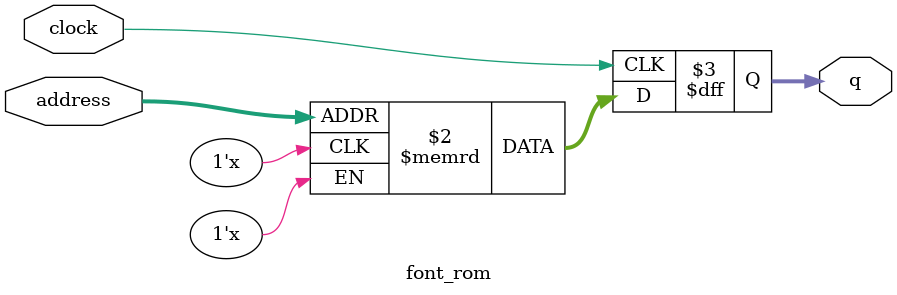
<source format=sv>
module font_rom (
	input logic clock,
	input logic [14:0] address,
	output logic [3:0] q
);

logic [3:0] memory [0:24999] /* synthesis ram_init_file = "./font/font.mif" */;

always_ff @ (posedge clock) begin
	q <= memory[address];
end

endmodule

</source>
